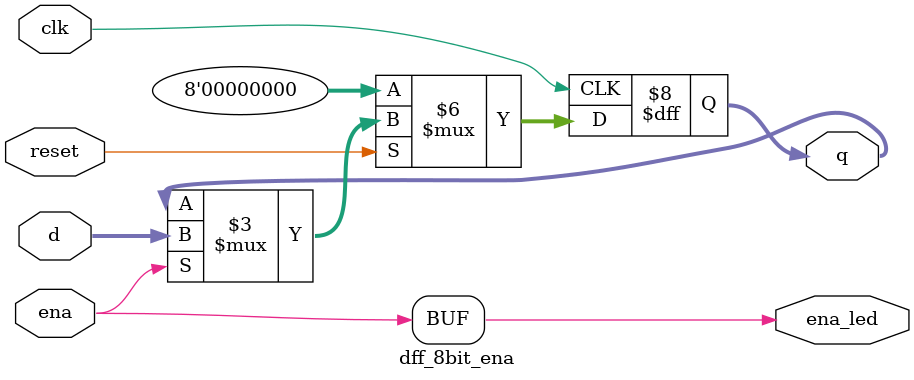
<source format=v>
module dff_8bit_ena(
	input [7:0] d,
	input clk,
	input reset, ena,
	output reg [7:0] q,
	output ena_led);
	
	always@(posedge clk)begin
		if(!reset)
			q <= 0;
		else if (ena)
			q <= d;
	end
	
	assign ena_led = ena;

endmodule
</source>
